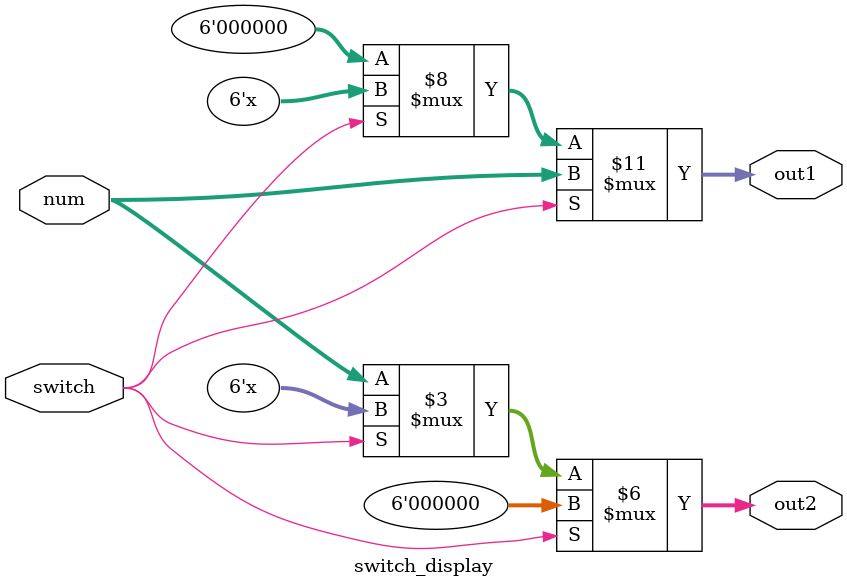
<source format=v>
module switch_display (num, switch, out1, out2);

input [5:0] num;
input switch;
output reg [5:0] out1;
output reg [5:0] out2;

always @(num)
begin
if(switch)
begin
out1<=num;
out2<=6'b0;
end

else if (!switch)
begin
out2<=num;
out1<=6'b0;
end

end

endmodule

</source>
